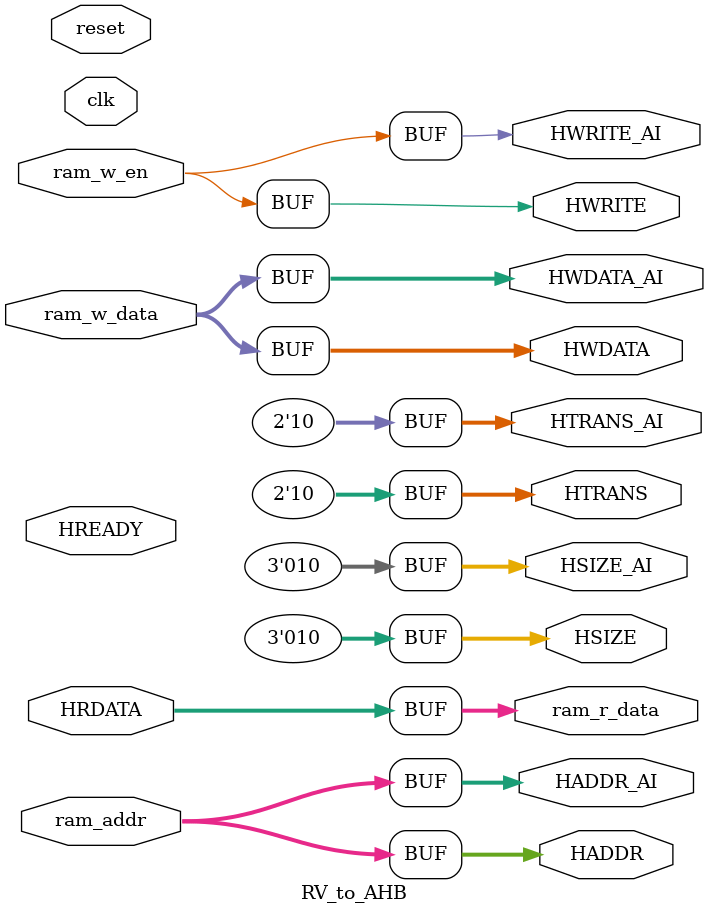
<source format=sv>
`timescale 1ns / 1ps

module RV_to_AHB(
	input clk, reset,
	//rv ahb ram
	input [31:0] ram_addr,
	input 		 ram_w_en,
	input [31:0] ram_w_data,
	output [31:0] HADDR,
	output [2:0]  HSIZE,
	output [1:0]  HTRANS,
	output [31:0] HWDATA,
	output 		  HWRITE,
	//ram ahb rv
	input  [31:0] HRDATA,
	input         HREADY,
	output [31:0] ram_r_data,
	//rv ahb ai
	output [31:0] HADDR_AI,
	output [2:0]  HSIZE_AI,
	output [1:0]  HTRANS_AI,
	output [31:0] HWDATA_AI,
	output 		  HWRITE_AI
    );
	
	assign HADDR  = ram_addr;
	assign HSIZE  = 3'b010;// Always Word reads
	assign HTRANS = 2'b10;
	assign HWDATA = ram_w_data; 
	assign HWRITE = ram_w_en;
	assign ram_r_data = HRDATA;
	
	assign HSIZE_AI=3'b010;
	assign HTRANS_AI = 2'b10;
	assign HWDATA_AI = ram_w_data; 
	assign HWRITE_AI = ram_w_en;
	assign HADDR_AI  = ram_addr;
	
endmodule

</source>
